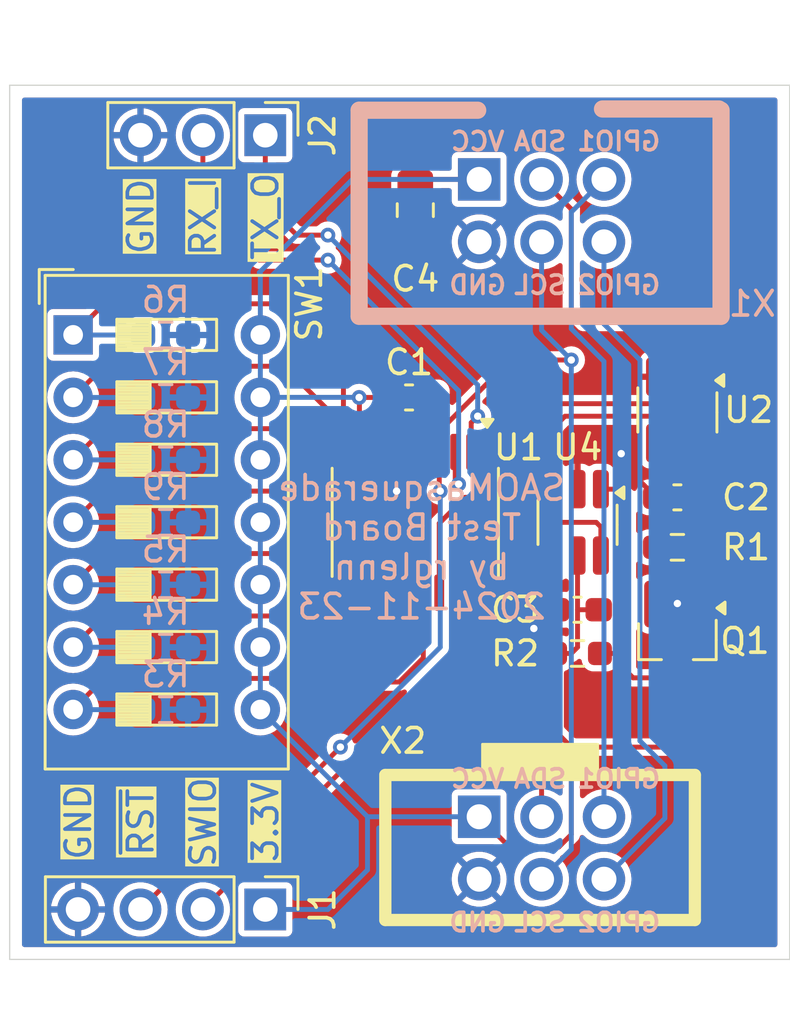
<source format=kicad_pcb>
(kicad_pcb (version 20240108) (generator "pcbnew") (generator_version "8.0")
  (layers (0 "F.Cu" signal) (31 "B.Cu" signal) (34 "B.Paste" user) (35 "F.Paste" user) (36 "B.SilkS" user "B.Silkscreen") (37 "F.SilkS" user "F.Silkscreen") (38 "B.Mask" user) (39 "F.Mask" user) (44 "Edge.Cuts" user))
  (net 0 "")
  (net 1 "/SDA_UNMODIFIED")
  (net 2 "/SDA_MODIFIED")
  (net 3 "/SDA_BYPASS")
  (net 4 "+3V3")
  (net 5 "Net-(U1-PC6)")
  (net 6 "GND")
  (net 7 "Net-(U1-PC5)")
  (net 8 "Net-(U1-PC4)")
  (net 9 "Net-(U1-PC0)")
  (net 10 "Net-(U1-PC1)")
  (net 11 "Net-(U1-PC2)")
  (net 12 "Net-(U1-PC3)")
  (net 14 "Net-(X1-GPIO2)")
  (net 15 "/SCL")
  (net 16 "Net-(X1-GPIO1)")
  (net 18 "/~{XOR_IN}")
  (net 19 "Net-(Q1-D)")
  (net 20 "Net-(Q1-G)")
  (net 21 "Net-(R1-Pad1)")
  (net 22 "/UART_RX")
  (net 24 "/UART_TX")
  (net 25 "/SWIO")
  (net 26 "/~{RESET}")
  (footprint "Resistor_SMD:R_0603_1608Metric_Pad0.98x0.95mm_HandSolder" (layer "F.Cu") (at 157.988 115.316)
    (property "Reference" "R1" (at 2.794 0 0) (layer "F.SilkS"))
    (property "Value" "1K")
    (pad "1" smd roundrect (at -0.9125 0) (size 0.975 0.95) (layers "F.Cu" "F.Paste" "F.Mask") (net 21 "Net-(R1-Pad1)"))
    (pad "2" smd roundrect (at 0.9125 0) (size 0.975 0.95) (layers "F.Cu" "F.Paste" "F.Mask") (net 20 "Net-(Q1-G)"))
  )
  (footprint "Package_SO:TSSOP-20_4.4x6.5mm_P0.65mm" (layer "F.Cu") (at 147.32 114.3 -90)
    (property "Reference" "U1" (at -3.048 -4.2 180) (layer "F.SilkS"))
    (property "Value" "CH32V003FxPx")
    (pad "1" smd roundrect (at -2.8625 -2.925 270) (size 1.475 0.4) (layers "F.Cu" "F.Paste" "F.Mask"))
    (pad "2" smd roundrect (at -2.8625 -2.275 270) (size 1.475 0.4) (layers "F.Cu" "F.Paste" "F.Mask") (net 24 "/UART_TX"))
    (pad "3" smd roundrect (at -2.8625 -1.625 270) (size 1.475 0.4) (layers "F.Cu" "F.Paste" "F.Mask") (net 22 "/UART_RX"))
    (pad "4" smd roundrect (at -2.8625 -0.975 270) (size 1.475 0.4) (layers "F.Cu" "F.Paste" "F.Mask") (net 26 "/~{RESET}"))
    (pad "5" smd roundrect (at -2.8625 -0.325 270) (size 1.475 0.4) (layers "F.Cu" "F.Paste" "F.Mask") (net 15 "/SCL"))
    (pad "6" smd roundrect (at -2.8625 0.325 270) (size 1.475 0.4) (layers "F.Cu" "F.Paste" "F.Mask"))
    (pad "7" smd roundrect (at -2.8625 0.975 270) (size 1.475 0.4) (layers "F.Cu" "F.Paste" "F.Mask") (net 6 "GND"))
    (pad "8" smd roundrect (at -2.8625 1.625 270) (size 1.475 0.4) (layers "F.Cu" "F.Paste" "F.Mask"))
    (pad "9" smd roundrect (at -2.8625 2.275 270) (size 1.475 0.4) (layers "F.Cu" "F.Paste" "F.Mask") (net 4 "+3V3"))
    (pad "10" smd roundrect (at -2.8625 2.925 270) (size 1.475 0.4) (layers "F.Cu" "F.Paste" "F.Mask") (net 9 "Net-(U1-PC0)"))
    (pad "11" smd roundrect (at 2.8625 2.925 270) (size 1.475 0.4) (layers "F.Cu" "F.Paste" "F.Mask") (net 10 "Net-(U1-PC1)"))
    (pad "12" smd roundrect (at 2.8625 2.275 270) (size 1.475 0.4) (layers "F.Cu" "F.Paste" "F.Mask") (net 11 "Net-(U1-PC2)"))
    (pad "13" smd roundrect (at 2.8625 1.625 270) (size 1.475 0.4) (layers "F.Cu" "F.Paste" "F.Mask") (net 12 "Net-(U1-PC3)"))
    (pad "14" smd roundrect (at 2.8625 0.975 270) (size 1.475 0.4) (layers "F.Cu" "F.Paste" "F.Mask") (net 8 "Net-(U1-PC4)"))
    (pad "15" smd roundrect (at 2.8625 0.325 270) (size 1.475 0.4) (layers "F.Cu" "F.Paste" "F.Mask") (net 7 "Net-(U1-PC5)"))
    (pad "16" smd roundrect (at 2.8625 -0.325 270) (size 1.475 0.4) (layers "F.Cu" "F.Paste" "F.Mask") (net 5 "Net-(U1-PC6)"))
    (pad "17" smd roundrect (at 2.8625 -0.975 270) (size 1.475 0.4) (layers "F.Cu" "F.Paste" "F.Mask") (net 18 "/~{XOR_IN}"))
    (pad "18" smd roundrect (at 2.8625 -1.625 270) (size 1.475 0.4) (layers "F.Cu" "F.Paste" "F.Mask") (net 25 "/SWIO"))
    (pad "19" smd roundrect (at 2.8625 -2.275 270) (size 1.475 0.4) (layers "F.Cu" "F.Paste" "F.Mask") (net 1 "/SDA_UNMODIFIED"))
    (pad "20" smd roundrect (at 2.8625 -2.925 270) (size 1.475 0.4) (layers "F.Cu" "F.Paste" "F.Mask") (net 3 "/SDA_BYPASS"))
  )
  (footprint "Capacitor_SMD:C_0603_1608Metric_Pad1.08x0.95mm_HandSolder" (layer "F.Cu") (at 147.066 109.22)
    (property "Reference" "C1" (at 0 -1.43 0) (layer "F.SilkS"))
    (property "Value" "100n")
    (pad "1" smd roundrect (at -0.8625 0) (size 1.075 0.95) (layers "F.Cu" "F.Paste" "F.Mask") (net 4 "+3V3"))
    (pad "2" smd roundrect (at 0.8625 0) (size 1.075 0.95) (layers "F.Cu" "F.Paste" "F.Mask") (net 6 "GND"))
  )
  (footprint "Package_TO_SOT_SMD:SOT-23-5_HandSoldering" (layer "F.Cu") (at 157.988 109.728 -90)
    (property "Reference" "U2" (at 0 -2.9 0) (layer "F.SilkS"))
    (property "Value" "74LVC1G86")
    (pad "1" smd roundrect (at -1.35 -0.95 270) (size 1.56 0.65) (layers "F.Cu" "F.Paste" "F.Mask") (net 1 "/SDA_UNMODIFIED"))
    (pad "2" smd roundrect (at -1.35 0 270) (size 1.56 0.65) (layers "F.Cu" "F.Paste" "F.Mask") (net 18 "/~{XOR_IN}"))
    (pad "3" smd roundrect (at -1.35 0.95 270) (size 1.56 0.65) (layers "F.Cu" "F.Paste" "F.Mask") (net 6 "GND"))
    (pad "4" smd roundrect (at 1.35 0.95 270) (size 1.56 0.65) (layers "F.Cu" "F.Paste" "F.Mask") (net 21 "Net-(R1-Pad1)"))
    (pad "5" smd roundrect (at 1.35 -0.95 270) (size 1.56 0.65) (layers "F.Cu" "F.Paste" "F.Mask") (net 4 "+3V3"))
  )
  (footprint "Resistor_SMD:R_0603_1608Metric_Pad0.98x0.95mm_HandSolder" (layer "F.Cu") (at 153.924 119.634)
    (property "Reference" "R2" (at -2.54 0 360) (layer "F.SilkS"))
    (property "Value" "4.7K")
    (pad "1" smd roundrect (at -0.9125 0) (size 0.975 0.95) (layers "F.Cu" "F.Paste" "F.Mask") (net 4 "+3V3"))
    (pad "2" smd roundrect (at 0.9125 0) (size 0.975 0.95) (layers "F.Cu" "F.Paste" "F.Mask") (net 19 "Net-(Q1-D)"))
  )
  (footprint "Capacitor_SMD:C_0805_2012Metric_Pad1.18x1.45mm_HandSolder" (layer "F.Cu") (at 147.32 101.6 -90)
    (property "Reference" "C4" (at 2.794 0 180) (layer "F.SilkS"))
    (property "Value" "10u")
    (pad "1" smd roundrect (at -1.0375 0 270) (size 1.175 1.45) (layers "F.Cu" "F.Paste" "F.Mask") (roundrect_rratio 0.212766) (net 4 "+3V3"))
    (pad "2" smd roundrect (at 1.0375 0 270) (size 1.175 1.45) (layers "F.Cu" "F.Paste" "F.Mask") (roundrect_rratio 0.212766) (net 6 "GND"))
  )
  (footprint "Capacitor_SMD:C_0603_1608Metric_Pad1.08x0.95mm_HandSolder" (layer "F.Cu") (at 157.988 113.284 180)
    (property "Reference" "C2" (at -2.794 0 360) (layer "F.SilkS"))
    (property "Value" "100n")
    (pad "1" smd roundrect (at -0.8625 0 180) (size 1.075 0.95) (layers "F.Cu" "F.Paste" "F.Mask") (net 4 "+3V3"))
    (pad "2" smd roundrect (at 0.8625 0 180) (size 1.075 0.95) (layers "F.Cu" "F.Paste" "F.Mask") (net 6 "GND"))
  )
  (footprint "Simple_Addon_v2:Simple_Addon_v2-BADGE-2x3" (layer "F.Cu") (at 152.4 127.52685)
    (property "Reference" "X2" (at -5.588 -4.33685 -0) (layer "F.SilkS"))
    (property "Value" "BADGE")
    (fp_text user "GPIO1" (at 3.2 -2.794 0) (layer "B.SilkS") (effects (font (size 0.75 0.75)) (justify mirror)))
    (fp_text user "VCC" (at -2.54 -2.794 0) (layer "B.SilkS") (effects (font (size 0.75 0.75)) (justify mirror)))
    (fp_text user "GND" (at -2.54 3.048 0) (layer "B.SilkS") (effects (font (size 0.75 0.75)) (justify mirror)))
    (fp_text user "SCL" (at 0 3.048 0) (layer "B.SilkS") (effects (font (size 0.75 0.75)) (justify mirror)))
    (fp_text user "SDA" (at 0 -2.794 0) (layer "B.SilkS") (effects (font (size 0.75 0.75)) (justify mirror)))
    (fp_text user "GPIO2" (at 3.2 3.048 0) (layer "B.SilkS") (effects (font (size 0.75 0.75)) (justify mirror)))
    (pad "1" thru_hole rect (at -2.48 -1.25 270) (size 1.7272 1.7272) (drill 1.016) (layers "*.Cu" "*.Mask") (net 4 "+3V3"))
    (pad "2" thru_hole circle (at -2.48 1.29 270) (size 1.7272 1.7272) (drill 1.016) (layers "*.Cu" "*.Mask") (net 6 "GND"))
    (pad "3" thru_hole oval (at 0.06 -1.25 270) (size 1.7272 1.7272) (drill 1.016) (layers "*.Cu" "*.Mask") (net 2 "/SDA_MODIFIED"))
    (pad "4" thru_hole oval (at 0.06 1.29 270) (size 1.7272 1.7272) (drill 1.016) (layers "*.Cu" "*.Mask") (net 15 "/SCL"))
    (pad "5" thru_hole circle (at 2.6 -1.25 270) (size 1.7272 1.7272) (drill 1.016) (layers "*.Cu" "*.Mask") (net 16 "Net-(X1-GPIO1)"))
    (pad "6" thru_hole circle (at 2.6 1.29 270) (size 1.7272 1.7272) (drill 1.016) (layers "*.Cu" "*.Mask") (net 14 "Net-(X1-GPIO2)"))
  )
  (footprint "Connector_PinHeader_2.54mm:PinHeader_1x04_P2.54mm_Vertical" (layer "F.Cu") (at 141.214 130.048 -90)
    (property "Reference" "J1" (at 0 -2.33 90) (layer "F.SilkS"))
    (property "Value" "Conn_01x04")
    (pad "1" thru_hole rect (at 0 0 270) (size 1.7 1.7) (drill 1) (layers "*.Cu" "*.Mask") (net 4 "+3V3"))
    (pad "2" thru_hole oval (at 0 2.54 270) (size 1.7 1.7) (drill 1) (layers "*.Cu" "*.Mask") (net 25 "/SWIO"))
    (pad "3" thru_hole oval (at 0 5.08 270) (size 1.7 1.7) (drill 1) (layers "*.Cu" "*.Mask") (net 26 "/~{RESET}"))
    (pad "4" thru_hole oval (at 0 7.62 270) (size 1.7 1.7) (drill 1) (layers "*.Cu" "*.Mask") (net 6 "GND"))
  )
  (footprint "Simple_Addon_v2:Simple_Addon_v2-SAO-2x3" (layer "F.Cu") (at 152.4 101.6)
    (property "Reference" "X1" (at 8.636 3.81 0) (layer "B.SilkS") (effects (justify mirror)))
    (property "Value" "SAO")
    (fp_text user "GPIO1" (at 3.2 -2.794 0) (layer "B.SilkS") (effects (font (size 0.75 0.75)) (justify mirror)))
    (fp_text user "GPIO2" (at 3.2 3.048 0) (layer "B.SilkS") (effects (font (size 0.75 0.75)) (justify mirror)))
    (fp_text user "GND" (at -2.54 3.048 0) (layer "B.SilkS") (effects (font (size 0.75 0.75)) (justify mirror)))
    (fp_text user "VCC" (at -2.54 -2.794 0) (layer "B.SilkS") (effects (font (size 0.75 0.75)) (justify mirror)))
    (fp_text user "SDA" (at 0 -2.794 0) (layer "B.SilkS") (effects (font (size 0.75 0.75)) (justify mirror)))
    (fp_text user "SCL" (at 0 3.048 0) (layer "B.SilkS") (effects (font (size 0.75 0.75)) (justify mirror)))
    (pad "1" thru_hole rect (at -2.48 -1.25 270) (size 1.7272 1.7272) (drill 1.016) (layers "*.Cu" "*.Mask") (net 4 "+3V3"))
    (pad "2" thru_hole circle (at -2.48 1.29 270) (size 1.7272 1.7272) (drill 1.016) (layers "*.Cu" "*.Mask") (net 6 "GND"))
    (pad "3" thru_hole oval (at 0.06 -1.25 270) (size 1.7272 1.7272) (drill 1.016) (layers "*.Cu" "*.Mask") (net 1 "/SDA_UNMODIFIED"))
    (pad "4" thru_hole oval (at 0.06 1.29 270) (size 1.7272 1.7272) (drill 1.016) (layers "*.Cu" "*.Mask") (net 15 "/SCL"))
    (pad "5" thru_hole circle (at 2.6 -1.25 270) (size 1.7272 1.7272) (drill 1.016) (layers "*.Cu" "*.Mask") (net 16 "Net-(X1-GPIO1)"))
    (pad "6" thru_hole circle (at 2.6 1.29 270) (size 1.7272 1.7272) (drill 1.016) (layers "*.Cu" "*.Mask") (net 14 "Net-(X1-GPIO2)"))
  )
  (footprint "Capacitor_SMD:C_0603_1608Metric_Pad1.08x0.95mm_HandSolder" (layer "F.Cu") (at 153.924 117.856 180)
    (property "Reference" "C3" (at 2.54 0 360) (layer "F.SilkS"))
    (property "Value" "100n")
    (pad "1" smd roundrect (at -0.8625 0 180) (size 1.075 0.95) (layers "F.Cu" "F.Paste" "F.Mask") (net 4 "+3V3"))
    (pad "2" smd roundrect (at 0.8625 0 180) (size 1.075 0.95) (layers "F.Cu" "F.Paste" "F.Mask") (net 6 "GND"))
  )
  (footprint "Package_TO_SOT_SMD:SOT-23-6_Handsoldering" (layer "F.Cu") (at 153.924 114.3 -90)
    (property "Reference" "U4" (at -3.048 0 180) (layer "F.SilkS"))
    (property "Value" "74LVC1G3157")
    (pad "1" smd roundrect (at -1.35 -0.95 270) (size 1.56 0.65) (layers "F.Cu" "F.Paste" "F.Mask") (net 19 "Net-(Q1-D)"))
    (pad "2" smd roundrect (at -1.35 0 270) (size 1.56 0.65) (layers "F.Cu" "F.Paste" "F.Mask") (net 6 "GND"))
    (pad "3" smd roundrect (at -1.35 0.95 270) (size 1.56 0.65) (layers "F.Cu" "F.Paste" "F.Mask") (net 1 "/SDA_UNMODIFIED"))
    (pad "4" smd roundrect (at 1.35 0.95 270) (size 1.56 0.65) (layers "F.Cu" "F.Paste" "F.Mask") (net 2 "/SDA_MODIFIED"))
    (pad "5" smd roundrect (at 1.35 0 270) (size 1.56 0.65) (layers "F.Cu" "F.Paste" "F.Mask") (net 4 "+3V3"))
    (pad "6" smd roundrect (at 1.35 -0.95 270) (size 1.56 0.65) (layers "F.Cu" "F.Paste" "F.Mask") (net 3 "/SDA_BYPASS"))
  )
  (footprint "Connector_PinHeader_2.54mm:PinHeader_1x03_P2.54mm_Vertical" (layer "F.Cu") (at 141.214 98.552 -90)
    (property "Reference" "J2" (at 0 -2.33 90) (layer "F.SilkS"))
    (property "Value" "Conn_01x03")
    (pad "1" thru_hole rect (at 0 0 270) (size 1.7 1.7) (drill 1) (layers "*.Cu" "*.Mask") (net 24 "/UART_TX"))
    (pad "2" thru_hole oval (at 0 2.54 270) (size 1.7 1.7) (drill 1) (layers "*.Cu" "*.Mask") (net 22 "/UART_RX"))
    (pad "3" thru_hole oval (at 0 5.08 270) (size 1.7 1.7) (drill 1) (layers "*.Cu" "*.Mask") (net 6 "GND"))
  )
  (footprint "Button_Switch_THT:SW_DIP_SPSTx07_Slide_9.78x19.96mm_W7.62mm_P2.54mm" (layer "F.Cu") (at 133.3925 106.675)
    (property "Reference" "SW1" (at 9.6095 -1.265 -90) (layer "F.SilkS"))
    (property "Value" "SW_DIP_x07")
    (pad "1" thru_hole rect (at 0 0) (size 1.6 1.6) (drill 0.8) (layers "*.Cu" "*.Mask") (net 9 "Net-(U1-PC0)"))
    (pad "2" thru_hole oval (at 0 2.54) (size 1.6 1.6) (drill 0.8) (layers "*.Cu" "*.Mask") (net 10 "Net-(U1-PC1)"))
    (pad "3" thru_hole oval (at 0 5.08) (size 1.6 1.6) (drill 0.8) (layers "*.Cu" "*.Mask") (net 11 "Net-(U1-PC2)"))
    (pad "4" thru_hole oval (at 0 7.62) (size 1.6 1.6) (drill 0.8) (layers "*.Cu" "*.Mask") (net 12 "Net-(U1-PC3)"))
    (pad "5" thru_hole oval (at 0 10.16) (size 1.6 1.6) (drill 0.8) (layers "*.Cu" "*.Mask") (net 8 "Net-(U1-PC4)"))
    (pad "6" thru_hole oval (at 0 12.7) (size 1.6 1.6) (drill 0.8) (layers "*.Cu" "*.Mask") (net 7 "Net-(U1-PC5)"))
    (pad "7" thru_hole oval (at 0 15.24) (size 1.6 1.6) (drill 0.8) (layers "*.Cu" "*.Mask") (net 5 "Net-(U1-PC6)"))
    (pad "8" thru_hole oval (at 7.62 15.24) (size 1.6 1.6) (drill 0.8) (layers "*.Cu" "*.Mask") (net 4 "+3V3"))
    (pad "9" thru_hole oval (at 7.62 12.7) (size 1.6 1.6) (drill 0.8) (layers "*.Cu" "*.Mask") (net 4 "+3V3"))
    (pad "10" thru_hole oval (at 7.62 10.16) (size 1.6 1.6) (drill 0.8) (layers "*.Cu" "*.Mask") (net 4 "+3V3"))
    (pad "11" thru_hole oval (at 7.62 7.62) (size 1.6 1.6) (drill 0.8) (layers "*.Cu" "*.Mask") (net 4 "+3V3"))
    (pad "12" thru_hole oval (at 7.62 5.08) (size 1.6 1.6) (drill 0.8) (layers "*.Cu" "*.Mask") (net 4 "+3V3"))
    (pad "13" thru_hole oval (at 7.62 2.54) (size 1.6 1.6) (drill 0.8) (layers "*.Cu" "*.Mask") (net 4 "+3V3"))
    (pad "14" thru_hole oval (at 7.62 0) (size 1.6 1.6) (drill 0.8) (layers "*.Cu" "*.Mask") (net 4 "+3V3"))
  )
  (footprint "Package_TO_SOT_SMD:SOT-23_Handsoldering" (layer "F.Cu") (at 157.988 119.126 -90)
    (property "Reference" "Q1" (at 0 -2.75 0) (layer "F.SilkS"))
    (property "Value" "BSS138")
    (pad "1" smd roundrect (at -1.5 -0.95 270) (size 1.9 0.8) (layers "F.Cu" "F.Paste" "F.Mask") (net 20 "Net-(Q1-G)"))
    (pad "2" smd roundrect (at -1.5 0.95 270) (size 1.9 0.8) (layers "F.Cu" "F.Paste" "F.Mask") (net 6 "GND"))
    (pad "3" smd roundrect (at 1.5 0 270) (size 1.9 0.8) (layers "F.Cu" "F.Paste" "F.Mask") (net 19 "Net-(Q1-D)"))
  )
  (footprint "Resistor_SMD:R_0603_1608Metric_Pad0.98x0.95mm_HandSolder" (layer "B.Cu") (at 137.16 121.92 180)
    (property "Reference" "R3" (at 0 1.43 0) (layer "B.SilkS") (effects (justify mirror)))
    (property "Value" "4.7K")
    (pad "1" smd roundrect (at -0.9125 0 180) (size 0.975 0.95) (layers "B.Cu" "B.Paste" "B.Mask") (net 6 "GND"))
    (pad "2" smd roundrect (at 0.9125 0 180) (size 0.975 0.95) (layers "B.Cu" "B.Paste" "B.Mask") (net 5 "Net-(U1-PC6)"))
  )
  (footprint "Resistor_SMD:R_0603_1608Metric_Pad0.98x0.95mm_HandSolder" (layer "B.Cu") (at 137.16 109.22 180)
    (property "Reference" "R7" (at 0 1.43 0) (layer "B.SilkS") (effects (justify mirror)))
    (property "Value" "4.7K")
    (pad "1" smd roundrect (at -0.9125 0 180) (size 0.975 0.95) (layers "B.Cu" "B.Paste" "B.Mask") (net 6 "GND"))
    (pad "2" smd roundrect (at 0.9125 0 180) (size 0.975 0.95) (layers "B.Cu" "B.Paste" "B.Mask") (net 10 "Net-(U1-PC1)"))
  )
  (footprint "Resistor_SMD:R_0603_1608Metric_Pad0.98x0.95mm_HandSolder" (layer "B.Cu") (at 137.16 119.38 180)
    (property "Reference" "R4" (at 0 1.43 0) (layer "B.SilkS") (effects (justify mirror)))
    (property "Value" "4.7K")
    (pad "1" smd roundrect (at -0.9125 0 180) (size 0.975 0.95) (layers "B.Cu" "B.Paste" "B.Mask") (net 6 "GND"))
    (pad "2" smd roundrect (at 0.9125 0 180) (size 0.975 0.95) (layers "B.Cu" "B.Paste" "B.Mask") (net 7 "Net-(U1-PC5)"))
  )
  (footprint "Resistor_SMD:R_0603_1608Metric_Pad0.98x0.95mm_HandSolder" (layer "B.Cu") (at 137.16 114.3 180)
    (property "Reference" "R9" (at 0 1.43 0) (layer "B.SilkS") (effects (justify mirror)))
    (property "Value" "4.7K")
    (pad "1" smd roundrect (at -0.9125 0 180) (size 0.975 0.95) (layers "B.Cu" "B.Paste" "B.Mask") (net 6 "GND"))
    (pad "2" smd roundrect (at 0.9125 0 180) (size 0.975 0.95) (layers "B.Cu" "B.Paste" "B.Mask") (net 12 "Net-(U1-PC3)"))
  )
  (footprint "Resistor_SMD:R_0603_1608Metric_Pad0.98x0.95mm_HandSolder" (layer "B.Cu") (at 137.16 106.68 180)
    (property "Reference" "R6" (at 0 1.43 0) (layer "B.SilkS") (effects (justify mirror)))
    (property "Value" "4.7K")
    (pad "1" smd roundrect (at -0.9125 0 180) (size 0.975 0.95) (layers "B.Cu" "B.Paste" "B.Mask") (net 6 "GND"))
    (pad "2" smd roundrect (at 0.9125 0 180) (size 0.975 0.95) (layers "B.Cu" "B.Paste" "B.Mask") (net 9 "Net-(U1-PC0)"))
  )
  (footprint "Resistor_SMD:R_0603_1608Metric_Pad0.98x0.95mm_HandSolder" (layer "B.Cu") (at 137.16 116.84 180)
    (property "Reference" "R5" (at 0 1.43 0) (layer "B.SilkS") (effects (justify mirror)))
    (property "Value" "4.7K")
    (pad "1" smd roundrect (at -0.9125 0 180) (size 0.975 0.95) (layers "B.Cu" "B.Paste" "B.Mask") (net 6 "GND"))
    (pad "2" smd roundrect (at 0.9125 0 180) (size 0.975 0.95) (layers "B.Cu" "B.Paste" "B.Mask") (net 8 "Net-(U1-PC4)"))
  )
  (footprint "Resistor_SMD:R_0603_1608Metric_Pad0.98x0.95mm_HandSolder" (layer "B.Cu") (at 137.16 111.76 180)
    (property "Reference" "R8" (at 0 1.43 0) (layer "B.SilkS") (effects (justify mirror)))
    (property "Value" "4.7K")
    (pad "1" smd roundrect (at -0.9125 0 180) (size 0.975 0.95) (layers "B.Cu" "B.Paste" "B.Mask") (net 6 "GND"))
    (pad "2" smd roundrect (at 0.9125 0 180) (size 0.975 0.95) (layers "B.Cu" "B.Paste" "B.Mask") (net 11 "Net-(U1-PC2)"))
  )
  (gr_line (start 130.81 132.08) (end 130.81 96.52) (stroke (width 0.05)) (layer "Edge.Cuts"))
  (gr_line (start 162.56 132.08) (end 130.81 132.08) (stroke (width 0.05)) (layer "Edge.Cuts"))
  (gr_line (start 162.56 96.52) (end 162.56 132.08) (stroke (width 0.05)) (layer "Edge.Cuts"))
  (gr_line (start 130.81 96.52) (end 162.56 96.52) (stroke (width 0.05)) (layer "Edge.Cuts"))
  (gr_text "SAOMasquerade\nTest Board\nby rglenn\n2024-11-23" (at 147.574 115.316 -0) (layer "B.SilkS") (effects (font (size 1 1)) (justify mirror)))
  (gr_text "GND" (at 133.604 126.492 90) (layer "F.SilkS" knockout) (effects (font (size 1 1))))
  (gr_text "RX_I" (at 138.684 101.854 90) (layer "F.SilkS" knockout) (effects (font (size 1 1))))
  (gr_text "SWIO" (at 138.684 126.492 90) (layer "F.SilkS" knockout) (effects (font (size 1 1))))
  (gr_text "~{RST}" (at 136.144 126.492 90) (layer "F.SilkS" knockout) (effects (font (size 1 1))))
  (gr_text "3.3V" (at 141.224 126.492 90) (layer "F.SilkS" knockout) (effects (font (size 1 1))))
  (gr_text "TX_O" (at 141.224 101.854 90) (layer "F.SilkS" knockout) (effects (font (size 1 1))))
  (gr_text "GND" (at 136.144 101.854 90) (layer "F.SilkS" knockout) (effects (font (size 1 1))))
  (segment (start 149.595 114.565) (end 150.368 113.792) (width 0.2) (layer "F.Cu") (net 1))
  (segment (start 158.242 106.172) (end 154.178 106.172) (width 0.2) (layer "F.Cu") (net 1))
  (segment (start 151.384 113.792) (end 152.226 112.95) (width 0.2) (layer "F.Cu") (net 1))
  (segment (start 152.974 110.424) (end 153.416 109.982) (width 0.2) (layer "F.Cu") (net 1))
  (segment (start 152.226 112.95) (end 152.974 112.95) (width 0.2) (layer "F.Cu") (net 1))
  (segment (start 153.416 109.982) (end 158.242 109.982) (width 0.2) (layer "F.Cu") (net 1))
  (segment (start 153.67 105.664) (end 153.67 101.56) (width 0.2) (layer "F.Cu") (net 1))
  (segment (start 149.595 117.1625) (end 149.595 114.565) (width 0.2) (layer "F.Cu") (net 1))
  (segment (start 150.368 113.792) (end 151.384 113.792) (width 0.2) (layer "F.Cu") (net 1))
  (segment (start 158.938 108.378) (end 158.938 106.868) (width 0.2) (layer "F.Cu") (net 1))
  (segment (start 158.242 109.982) (end 158.938 109.286) (width 0.2) (layer "F.Cu") (net 1))
  (segment (start 158.938 109.286) (end 158.938 108.378) (width 0.2) (layer "F.Cu") (net 1))
  (segment (start 154.178 106.172) (end 153.67 105.664) (width 0.2) (layer "F.Cu") (net 1))
  (segment (start 152.974 112.95) (end 152.974 110.424) (width 0.2) (layer "F.Cu") (net 1))
  (segment (start 153.67 101.56) (end 152.46 100.35) (width 0.2) (layer "F.Cu") (net 1))
  (segment (start 158.938 106.868) (end 158.242 106.172) (width 0.2) (layer "F.Cu") (net 1))
  (segment (start 151.638 116.84) (end 151.384 117.094) (width 0.2) (layer "F.Cu") (net 2))
  (segment (start 151.384 117.094) (end 151.384 123.07) (width 0.2) (layer "F.Cu") (net 2))
  (segment (start 152.654 116.84) (end 151.638 116.84) (width 0.2) (layer "F.Cu") (net 2))
  (segment (start 152.974 115.65) (end 152.974 116.52) (width 0.2) (layer "F.Cu") (net 2))
  (segment (start 152.46 126.27685) (end 152.46 124.146) (width 0.2) (layer "F.Cu") (net 2))
  (segment (start 151.384 123.07) (end 152.46 124.146) (width 0.2) (layer "F.Cu") (net 2))
  (segment (start 152.974 116.52) (end 152.654 116.84) (width 0.2) (layer "F.Cu") (net 2))
  (segment (start 150.245 114.677) (end 150.622 114.3) (width 0.2) (layer "F.Cu") (net 3))
  (segment (start 150.245 117.1625) (end 150.245 114.677) (width 0.2) (layer "F.Cu") (net 3))
  (segment (start 150.622 114.3) (end 154.686 114.3) (width 0.2) (layer "F.Cu") (net 3))
  (segment (start 154.874 114.488) (end 154.686 114.3) (width 0.2) (layer "F.Cu") (net 3))
  (segment (start 154.874 115.65) (end 154.874 114.488) (width 0.2) (layer "F.Cu") (net 3))
  (segment (start 153.924 117.856) (end 153.924 119.38) (width 0.2) (layer "F.Cu") (net 4))
  (segment (start 154.7865 117.856) (end 153.924 117.856) (width 0.2) (layer "F.Cu") (net 4))
  (segment (start 151.15115 127.508) (end 149.92 126.27685) (width 0.2) (layer "F.Cu") (net 4))
  (segment (start 149.92 100.35) (end 147.5325 100.35) (width 0.2) (layer "F.Cu") (net 4))
  (segment (start 158.8505 113.284) (end 160.02 113.284) (width 0.2) (layer "F.Cu") (net 4))
  (segment (start 158.938 111.078) (end 158.938 113.1965) (width 0.2) (layer "F.Cu") (net 4))
  (segment (start 153.162 127.508) (end 151.15115 127.508) (width 0.2) (layer "F.Cu") (net 4))
  (segment (start 160.02 113.284) (end 160.528 113.792) (width 0.2) (layer "F.Cu") (net 4))
  (segment (start 153.0115 122.7855) (end 153.67 123.444) (width 0.2) (layer "F.Cu") (net 4))
  (segment (start 160.02 123.444) (end 153.67 123.444) (width 0.2) (layer "F.Cu") (net 4))
  (segment (start 160.528 122.936) (end 160.02 123.444) (width 0.2) (layer "F.Cu") (net 4))
  (segment (start 145.045 109.231) (end 145.034 109.22) (width 0.2) (layer "F.Cu") (net 4))
  (segment (start 147.5325 100.35) (end 147.32 100.5625) (width 0.2) (layer "F.Cu") (net 4))
  (segment (start 153.67 127) (end 153.162 127.508) (width 0.2) (layer "F.Cu") (net 4))
  (segment (start 153.0115 119.634) (end 153.0115 122.7855) (width 0.2) (layer "F.Cu") (net 4))
  (segment (start 153.924 115.65) (end 153.924 117.856) (width 0.2) (layer "F.Cu") (net 4))
  (segment (start 153.924 119.38) (end 153.67 119.634) (width 0.2) (layer "F.Cu") (net 4))
  (segment (start 153.67 123.444) (end 153.67 127) (width 0.2) (layer "F.Cu") (net 4))
  (segment (start 160.528 113.792) (end 160.528 122.936) (width 0.2) (layer "F.Cu") (net 4))
  (segment (start 158.938 113.1965) (end 158.8505 113.284) (width 0.2) (layer "F.Cu") (net 4))
  (segment (start 153.67 119.634) (end 153.0115 119.634) (width 0.2) (layer "F.Cu") (net 4))
  (segment (start 145.045 111.4375) (end 145.045 109.231) (width 0.2) (layer "F.Cu") (net 4))
  (segment (start 146.2035 109.22) (end 145.034 109.22) (width 0.2) (layer "F.Cu") (net 4))
  (via (at 145.034 109.22) (size 0.6) (drill 0.3) (layers "F.Cu" "B.Cu") (net 4))
  (segment (start 145.37435 128.43765) (end 143.764 130.048) (width 0.2) (layer "B.Cu") (net 4))
  (segment (start 141.0125 109.215) (end 141.0125 106.675) (width 0.2) (layer "B.Cu") (net 4))
  (segment (start 141.0125 121.915) (end 141.0125 119.375) (width 0.2) (layer "B.Cu") (net 4))
  (segment (start 149.92 126.27685) (end 145.37435 126.27685) (width 0.2) (layer "B.Cu") (net 4))
  (segment (start 141.0125 109.215) (end 141.0125 111.755) (width 0.2) (layer "B.Cu") (net 4))
  (segment (start 141.0125 104.1825) (end 141.0125 106.675) (width 0.2) (layer "B.Cu") (net 4))
  (segment (start 141.0125 116.835) (end 141.0125 114.295) (width 0.2) (layer "B.Cu") (net 4))
  (segment (start 145.37435 126.27685) (end 141.0125 121.915) (width 0.2) (layer "B.Cu") (net 4))
  (segment (start 141.0125 114.295) (end 141.0125 111.755) (width 0.2) (layer "B.Cu") (net 4))
  (segment (start 143.764 130.048) (end 141.214 130.048) (width 0.2) (layer "B.Cu") (net 4))
  (segment (start 145.034 109.22) (end 144.78 109.22) (width 0.2) (layer "B.Cu") (net 4))
  (segment (start 140.97 104.14) (end 141.0125 104.1825) (width 0.2) (layer "B.Cu") (net 4))
  (segment (start 144.78 109.22) (end 144.775 109.215) (width 0.2) (layer "B.Cu") (net 4))
  (segment (start 145.37435 126.27685) (end 145.37435 128.43765) (width 0.2) (layer "B.Cu") (net 4))
  (segment (start 144.775 109.215) (end 141.0125 109.215) (width 0.2) (layer "B.Cu") (net 4))
  (segment (start 141.0125 119.375) (end 141.0125 116.835) (width 0.2) (layer "B.Cu") (net 4))
  (segment (start 144.76 100.35) (end 140.97 104.14) (width 0.2) (layer "B.Cu") (net 4))
  (segment (start 149.92 100.35) (end 144.76 100.35) (width 0.2) (layer "B.Cu") (net 4))
  (segment (start 147.645 119.817) (end 147.645 117.1625) (width 0.2) (layer "F.Cu") (net 5))
  (segment (start 133.3925 121.915) (end 134.6575 120.65) (width 0.2) (layer "F.Cu") (net 5))
  (segment (start 143.452314 120.65) (end 143.598314 120.796) (width 0.2) (layer "F.Cu") (net 5))
  (segment (start 143.598314 120.796) (end 146.666 120.796) (width 0.2) (layer "F.Cu") (net 5))
  (segment (start 134.6575 120.65) (end 143.452314 120.65) (width 0.2) (layer "F.Cu") (net 5))
  (segment (start 146.666 120.796) (end 147.645 119.817) (width 0.2) (layer "F.Cu") (net 5))
  (segment (start 136.2475 121.92) (end 133.3975 121.92) (width 0.2) (layer "B.Cu") (net 5))
  (segment (start 133.3975 121.92) (end 133.3925 121.915) (width 0.2) (layer "B.Cu") (net 5))
  (segment (start 157.038 117.626) (end 157.964 117.626) (width 0.2) (layer "F.Cu") (net 6))
  (segment (start 157.964 117.626) (end 157.988 117.602) (width 0.2) (layer "F.Cu") (net 6))
  (segment (start 157.1255 113.284) (end 155.702 111.8605) (width 0.2) (layer "F.Cu") (net 6))
  (segment (start 153.0615 117.856) (end 152.908 117.856) (width 0.2) (layer "F.Cu") (net 6))
  (segment (start 146.345 111.4375) (end 146.345 112.817) (width 0.2) (layer "F.Cu") (net 6))
  (segment (start 152.908 117.856) (end 152.146 118.618) (width 0.2) (layer "F.Cu") (net 6))
  (segment (start 146.345 112.817) (end 146.558 113.03) (width 0.2) (layer "F.Cu") (net 6))
  (segment (start 155.702 111.8605) (end 155.702 111.506) (width 0.2) (layer "F.Cu") (net 6))
  (via (at 152.146 118.618) (size 0.6) (drill 0.3) (layers "F.Cu" "B.Cu") (net 6))
  (via (at 157.988 117.602) (size 0.6) (drill 0.3) (layers "F.Cu" "B.Cu") (net 6))
  (via (at 146.558 113.03) (size 0.6) (drill 0.3) (layers "F.Cu" "B.Cu") (net 6))
  (via (at 155.702 111.506) (size 0.6) (drill 0.3) (layers "F.Cu" "B.Cu") (net 6))
  (segment (start 141.478 118.11) (end 143.764 120.396) (width 0.2) (layer "F.Cu") (net 7))
  (segment (start 133.3925 119.375) (end 134.6575 118.11) (width 0.2) (layer "F.Cu") (net 7))
  (segment (start 146.995 119.451) (end 146.995 117.1625) (width 0.2) (layer "F.Cu") (net 7))
  (segment (start 143.764 120.396) (end 146.05 120.396) (width 0.2) (layer "F.Cu") (net 7))
  (segment (start 146.05 120.396) (end 146.995 119.451) (width 0.2) (layer "F.Cu") (net 7))
  (segment (start 134.6575 118.11) (end 141.478 118.11) (width 0.2) (layer "F.Cu") (net 7))
  (segment (start 133.3975 119.38) (end 133.3925 119.375) (width 0.2) (layer "B.Cu") (net 7))
  (segment (start 136.2475 119.38) (end 133.3975 119.38) (width 0.2) (layer "B.Cu") (net 7))
  (segment (start 133.3925 116.835) (end 134.6575 115.57) (width 0.2) (layer "F.Cu") (net 8))
  (segment (start 145.796 119.888) (end 146.345 119.339) (width 0.2) (layer "F.Cu") (net 8))
  (segment (start 134.6575 115.57) (end 141.732 115.57) (width 0.2) (layer "F.Cu") (net 8))
  (segment (start 141.732 115.57) (end 142.24 116.078) (width 0.2) (layer "F.Cu") (net 8))
  (segment (start 146.345 119.339) (end 146.345 117.1625) (width 0.2) (layer "F.Cu") (net 8))
  (segment (start 142.24 118.11) (end 144.018 119.888) (width 0.2) (layer "F.Cu") (net 8))
  (segment (start 142.24 116.078) (end 142.24 118.11) (width 0.2) (layer "F.Cu") (net 8))
  (segment (start 144.018 119.888) (end 145.796 119.888) (width 0.2) (layer "F.Cu") (net 8))
  (segment (start 136.2475 116.84) (end 133.3975 116.84) (width 0.2) (layer "B.Cu") (net 8))
  (segment (start 133.3975 116.84) (end 133.3925 116.835) (width 0.2) (layer "B.Cu") (net 8))
  (segment (start 133.3925 106.675) (end 134.6575 105.41) (width 0.2) (layer "F.Cu") (net 9))
  (segment (start 134.6575 105.41) (end 141.771568 105.41) (width 0.2) (layer "F.Cu") (net 9))
  (segment (start 144.395 108.033432) (end 144.395 111.4375) (width 0.2) (layer "F.Cu") (net 9))
  (segment (start 141.771568 105.41) (end 144.395 108.033432) (width 0.2) (layer "F.Cu") (net 9))
  (segment (start 133.3975 106.68) (end 133.3925 106.675) (width 0.2) (layer "B.Cu") (net 9))
  (segment (start 136.2475 106.68) (end 133.3975 106.68) (width 0.2) (layer "B.Cu") (net 9))
  (segment (start 141.986 107.95) (end 143.656 109.62) (width 0.2) (layer "F.Cu") (net 10))
  (segment (start 134.6575 107.95) (end 141.986 107.95) (width 0.2) (layer "F.Cu") (net 10))
  (segment (start 133.3925 109.215) (end 134.6575 107.95) (width 0.2) (layer "F.Cu") (net 10))
  (segment (start 143.656 114.192) (end 144.395 114.931) (width 0.2) (layer "F.Cu") (net 10))
  (segment (start 144.395 114.931) (end 144.395 117.1625) (width 0.2) (layer "F.Cu") (net 10))
  (segment (start 143.656 109.62) (end 143.656 114.192) (width 0.2) (layer "F.Cu") (net 10))
  (segment (start 136.2475 109.22) (end 133.3975 109.22) (width 0.2) (layer "B.Cu") (net 10))
  (segment (start 133.3975 109.22) (end 133.3925 109.215) (width 0.2) (layer "B.Cu") (net 10))
  (segment (start 144.526 118.872) (end 145.045 118.353) (width 0.2) (layer "F.Cu") (net 11))
  (segment (start 144.272 118.872) (end 144.526 118.872) (width 0.2) (layer "F.Cu") (net 11))
  (segment (start 141.732 110.49) (end 143.256 112.014) (width 0.2) (layer "F.Cu") (net 11))
  (segment (start 133.3925 111.755) (end 134.6575 110.49) (width 0.2) (layer "F.Cu") (net 11))
  (segment (start 143.256 112.014) (end 143.256 117.856) (width 0.2) (layer "F.Cu") (net 11))
  (segment (start 145.045 118.353) (end 145.045 117.1625) (width 0.2) (layer "F.Cu") (net 11))
  (segment (start 143.256 117.856) (end 144.272 118.872) (width 0.2) (layer "F.Cu") (net 11))
  (segment (start 134.6575 110.49) (end 141.732 110.49) (width 0.2) (layer "F.Cu") (net 11))
  (segment (start 133.3975 111.76) (end 133.3925 111.755) (width 0.2) (layer "B.Cu") (net 11))
  (segment (start 136.2475 111.76) (end 133.3975 111.76) (width 0.2) (layer "B.Cu") (net 11))
  (segment (start 133.3925 114.295) (end 134.6575 113.03) (width 0.2) (layer "F.Cu") (net 12))
  (segment (start 142.748 118.052314) (end 144.075686 119.38) (width 0.2) (layer "F.Cu") (net 12))
  (segment (start 142.748 114.046) (end 142.748 118.052314) (width 0.2) (layer "F.Cu") (net 12))
  (segment (start 144.075686 119.38) (end 145.288 119.38) (width 0.2) (layer "F.Cu") (net 12))
  (segment (start 145.288 119.38) (end 145.695 118.973) (width 0.2) (layer "F.Cu") (net 12))
  (segment (start 141.732 113.03) (end 142.748 114.046) (width 0.2) (layer "F.Cu") (net 12))
  (segment (start 145.695 118.973) (end 145.695 117.1625) (width 0.2) (layer "F.Cu") (net 12))
  (segment (start 134.6575 113.03) (end 141.732 113.03) (width 0.2) (layer "F.Cu") (net 12))
  (segment (start 133.3975 114.3) (end 133.3925 114.295) (width 0.2) (layer "B.Cu") (net 12))
  (segment (start 136.2475 114.3) (end 133.3975 114.3) (width 0.2) (layer "B.Cu") (net 12))
  (segment (start 156.464 107.696) (end 155 106.232) (width 0.2) (layer "B.Cu") (net 14))
  (segment (start 155 128.81685) (end 157.48 126.33685) (width 0.2) (layer "B.Cu") (net 14))
  (segment (start 157.48 124.206) (end 156.464 123.19) (width 0.2) (layer "B.Cu") (net 14))
  (segment (start 156.464 123.19) (end 156.464 107.696) (width 0.2) (layer "B.Cu") (net 14))
  (segment (start 155 106.232) (end 155 102.89) (width 0.2) (layer "B.Cu") (net 14))
  (segment (start 157.48 126.33685) (end 157.48 124.206) (width 0.2) (layer "B.Cu") (net 14))
  (segment (start 151.197361 107.696) (end 148.657361 110.236) (width 0.2) (layer "F.Cu") (net 15))
  (segment (start 153.67 107.696) (end 151.197361 107.696) (width 0.2) (layer "F.Cu") (net 15))
  (segment (start 147.645 110.419) (end 147.645 111.4375) (width 0.2) (layer "F.Cu") (net 15))
  (segment (start 148.657361 110.236) (end 147.828 110.236) (width 0.2) (layer "F.Cu") (net 15))
  (segment (start 147.828 110.236) (end 147.645 110.419) (width 0.2) (layer "F.Cu") (net 15))
  (via (at 153.67 107.696) (size 0.6) (drill 0.3) (layers "F.Cu" "B.Cu") (net 15))
  (segment (start 153.67 127.60685) (end 152.46 128.81685) (width 0.2) (layer "B.Cu") (net 15))
  (segment (start 153.67 107.696) (end 153.67 127.60685) (width 0.2) (layer "B.Cu") (net 15))
  (segment (start 153.67 107.696) (end 152.46 106.486) (width 0.2) (layer "B.Cu") (net 15))
  (segment (start 152.46 106.486) (end 152.46 102.89) (width 0.2) (layer "B.Cu") (net 15))
  (segment (start 155 126.27685) (end 155 107.756) (width 0.2) (layer "B.Cu") (net 16))
  (segment (start 153.67 106.426) (end 153.67 101.68) (width 0.2) (layer "B.Cu") (net 16))
  (segment (start 155 107.756) (end 153.67 106.426) (width 0.2) (layer "B.Cu") (net 16))
  (segment (start 153.67 101.68) (end 155 100.35) (width 0.2) (layer "B.Cu") (net 16))
  (segment (start 153.162 109.474) (end 152.4 110.236) (width 0.2) (layer "F.Cu") (net 18))
  (segment (start 157.988 109.22) (end 157.734 109.474) (width 0.2) (layer "F.Cu") (net 18))
  (segment (start 149.352 113.284) (end 148.295 114.341) (width 0.2) (layer "F.Cu") (net 18))
  (segment (start 157.988 108.378) (end 157.988 109.22) (width 0.2) (layer "F.Cu") (net 18))
  (segment (start 152.4 110.236) (end 152.4 111.76) (width 0.2) (layer "F.Cu") (net 18))
  (segment (start 152.4 111.76) (end 150.876 113.284) (width 0.2) (layer "F.Cu") (net 18))
  (segment (start 150.876 113.284) (end 149.352 113.284) (width 0.2) (layer "F.Cu") (net 18))
  (segment (start 157.734 109.474) (end 153.162 109.474) (width 0.2) (layer "F.Cu") (net 18))
  (segment (start 148.295 114.341) (end 148.295 117.1625) (width 0.2) (layer "F.Cu") (net 18))
  (segment (start 155.956 113.284) (end 155.622 112.95) (width 0.2) (layer "F.Cu") (net 19))
  (segment (start 154.8365 119.634) (end 155.956 119.634) (width 0.2) (layer "F.Cu") (net 19))
  (segment (start 155.956 119.634) (end 155.956 113.284) (width 0.2) (layer "F.Cu") (net 19))
  (segment (start 157.988 120.626) (end 156.186 120.626) (width 0.2) (layer "F.Cu") (net 19))
  (segment (start 155.956 120.396) (end 155.956 119.634) (width 0.2) (layer "F.Cu") (net 19))
  (segment (start 156.186 120.626) (end 155.956 120.396) (width 0.2) (layer "F.Cu") (net 19))
  (segment (start 155.622 112.95) (end 154.874 112.95) (width 0.2) (layer "F.Cu") (net 19))
  (segment (start 158.9005 117.5885) (end 158.938 117.626) (width 0.2) (layer "F.Cu") (net 20))
  (segment (start 158.9005 115.316) (end 158.9005 117.5885) (width 0.2) (layer "F.Cu") (net 20))
  (segment (start 157.0755 115.316) (end 157.734 115.316) (width 0.2) (layer "F.Cu") (net 21))
  (segment (start 157.988 111.506) (end 157.56 111.078) (width 0.2) (layer "F.Cu") (net 21))
  (segment (start 157.988 115.062) (end 157.988 111.506) (width 0.2) (layer "F.Cu") (net 21))
  (segment (start 157.734 115.316) (end 157.988 115.062) (width 0.2) (layer "F.Cu") (net 21))
  (segment (start 157.56 111.078) (end 157.038 111.078) (width 0.2) (layer "F.Cu") (net 21))
  (segment (start 148.945 112.607747) (end 149.084289 112.747036) (width 0.2) (layer "F.Cu") (net 22))
  (segment (start 143.764 103.632) (end 140.97 103.632) (width 0.2) (layer "F.Cu") (net 22))
  (segment (start 148.945 111.4375) (end 148.945 112.607747) (width 0.2) (layer "F.Cu") (net 22))
  (segment (start 140.97 103.632) (end 138.674 101.336) (width 0.2) (layer "F.Cu") (net 22))
  (segment (start 138.674 101.336) (end 138.674 98.552) (width 0.2) (layer "F.Cu") (net 22))
  (via (at 143.764 103.632) (size 0.6) (drill 0.3) (layers "F.Cu" "B.Cu") (net 22))
  (via (at 149.084289 112.747036) (size 0.6) (drill 0.3) (layers "F.Cu" "B.Cu") (net 22))
  (segment (start 149.084289 108.952289) (end 143.764 103.632) (width 0.2) (layer "B.Cu") (net 22))
  (segment (start 149.084289 112.747036) (end 149.084289 108.952289) (width 0.2) (layer "B.Cu") (net 22))
  (segment (start 143.764 102.616) (end 142.494 102.616) (width 0.2) (layer "F.Cu") (net 24))
  (segment (start 149.595 110.247) (end 149.86 109.982) (width 0.2) (layer "F.Cu") (net 24))
  (segment (start 142.494 102.616) (end 141.214 101.336) (width 0.2) (layer "F.Cu") (net 24))
  (segment (start 149.595 111.4375) (end 149.595 110.247) (width 0.2) (layer "F.Cu") (net 24))
  (segment (start 141.214 101.336) (end 141.214 98.552) (width 0.2) (layer "F.Cu") (net 24))
  (via (at 143.764 102.616) (size 0.6) (drill 0.3) (layers "F.Cu" "B.Cu") (net 24))
  (via (at 149.86 109.982) (size 0.6) (drill 0.3) (layers "F.Cu" "B.Cu") (net 24))
  (segment (start 149.86 109.982) (end 149.86 108.712) (width 0.2) (layer "B.Cu") (net 24))
  (segment (start 149.86 108.712) (end 143.764 102.616) (width 0.2) (layer "B.Cu") (net 24))
  (segment (start 138.674 130.048) (end 148.945 119.777) (width 0.2) (layer "F.Cu") (net 25))
  (segment (start 148.945 119.777) (end 148.945 117.1625) (width 0.2) (layer "F.Cu") (net 25))
  (segment (start 137.912 128.27) (end 136.134 130.048) (width 0.2) (layer "F.Cu") (net 26))
  (segment (start 139.446 128.27) (end 137.912 128.27) (width 0.2) (layer "F.Cu") (net 26))
  (segment (start 148.295 112.989) (end 148.336 113.03) (width 0.2) (layer "F.Cu") (net 26))
  (segment (start 148.295 111.4375) (end 148.295 112.989) (width 0.2) (layer "F.Cu") (net 26))
  (segment (start 144.272 123.444) (end 139.446 128.27) (width 0.2) (layer "F.Cu") (net 26))
  (via (at 148.336 113.03) (size 0.6) (drill 0.3) (layers "F.Cu" "B.Cu") (net 26))
  (via (at 144.272 123.444) (size 0.6) (drill 0.3) (layers "F.Cu" "B.Cu") (net 26))
  (segment (start 148.336 113.03) (end 148.336 119.38) (width 0.2) (layer "B.Cu") (net 26))
  (segment (start 148.336 119.38) (end 144.272 123.444) (width 0.2) (layer "B.Cu") (net 26))
  (zone (net 6) (net_name "GND") (layers "F&B.Cu") (connect_pads (clearance 0.254)) (min_thickness 0.2032) (fill yes (thermal_gap 0.254) (thermal_bridge_width 0.254))
    (polygon (pts (xy 130.81 96.52) (xy 162.56 96.52) (xy 162.56 132.08) (xy 130.81 132.08)))
  )
)
</source>
